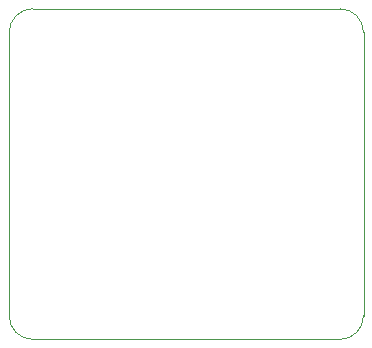
<source format=gbr>
G04 #@! TF.GenerationSoftware,KiCad,Pcbnew,(6.0.4-0)*
G04 #@! TF.CreationDate,2022-04-02T13:17:35-04:00*
G04 #@! TF.ProjectId,3pdt,33706474-2e6b-4696-9361-645f70636258,rev?*
G04 #@! TF.SameCoordinates,Original*
G04 #@! TF.FileFunction,Profile,NP*
%FSLAX46Y46*%
G04 Gerber Fmt 4.6, Leading zero omitted, Abs format (unit mm)*
G04 Created by KiCad (PCBNEW (6.0.4-0)) date 2022-04-02 13:17:35*
%MOMM*%
%LPD*%
G01*
G04 APERTURE LIST*
G04 #@! TA.AperFunction,Profile*
%ADD10C,0.050000*%
G04 #@! TD*
G04 APERTURE END LIST*
D10*
X217500000Y-113000000D02*
X217500000Y-89000000D01*
X215500000Y-87000000D02*
X189500000Y-87000000D01*
X187500000Y-89000000D02*
X187500000Y-113000000D01*
X189500000Y-115000000D02*
X215500000Y-115000000D01*
X187500000Y-113000000D02*
G75*
G03*
X189500000Y-115000000I2000000J0D01*
G01*
X189500000Y-87000000D02*
G75*
G03*
X187500000Y-89000000I0J-2000000D01*
G01*
X217500000Y-89000000D02*
G75*
G03*
X215500000Y-87000000I-2000000J0D01*
G01*
X215500000Y-115000000D02*
G75*
G03*
X217500000Y-113000000I0J2000000D01*
G01*
M02*

</source>
